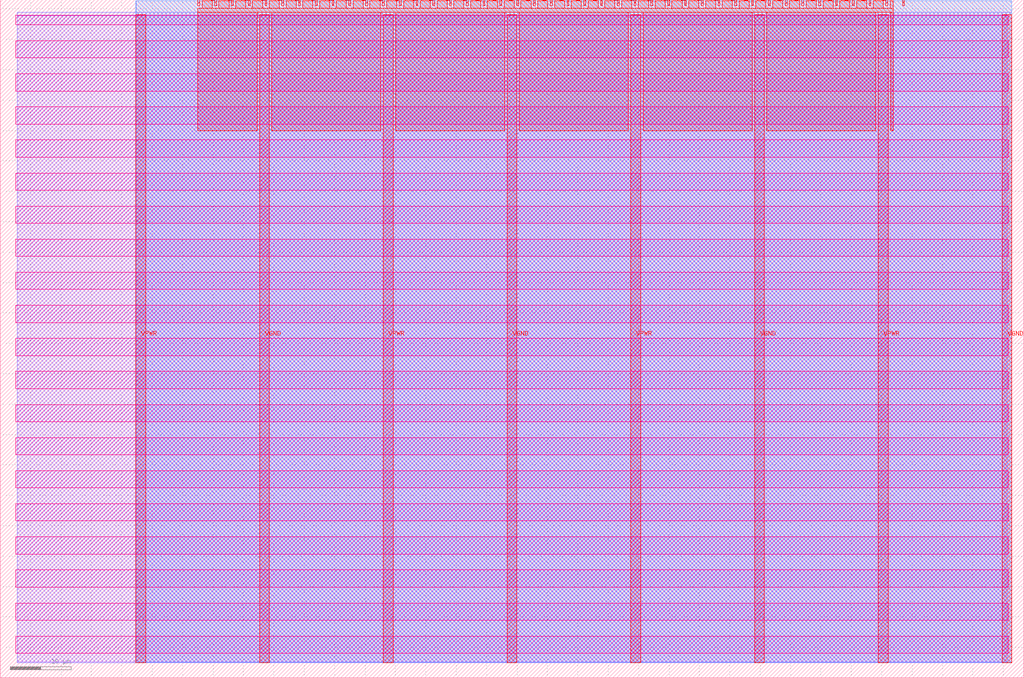
<source format=lef>
VERSION 5.7 ;
  NOWIREEXTENSIONATPIN ON ;
  DIVIDERCHAR "/" ;
  BUSBITCHARS "[]" ;
MACRO tt_um_njzhu_uart_dup
  CLASS BLOCK ;
  FOREIGN tt_um_njzhu_uart_dup ;
  ORIGIN 0.000 0.000 ;
  SIZE 168.360 BY 111.520 ;
  PIN VGND
    DIRECTION INOUT ;
    USE GROUND ;
    PORT
      LAYER met4 ;
        RECT 42.670 2.480 44.270 109.040 ;
    END
    PORT
      LAYER met4 ;
        RECT 83.380 2.480 84.980 109.040 ;
    END
    PORT
      LAYER met4 ;
        RECT 124.090 2.480 125.690 109.040 ;
    END
    PORT
      LAYER met4 ;
        RECT 164.800 2.480 166.400 109.040 ;
    END
  END VGND
  PIN VPWR
    DIRECTION INOUT ;
    USE POWER ;
    PORT
      LAYER met4 ;
        RECT 22.315 2.480 23.915 109.040 ;
    END
    PORT
      LAYER met4 ;
        RECT 63.025 2.480 64.625 109.040 ;
    END
    PORT
      LAYER met4 ;
        RECT 103.735 2.480 105.335 109.040 ;
    END
    PORT
      LAYER met4 ;
        RECT 144.445 2.480 146.045 109.040 ;
    END
  END VPWR
  PIN clk
    DIRECTION INPUT ;
    USE SIGNAL ;
    ANTENNAGATEAREA 0.852000 ;
    PORT
      LAYER met4 ;
        RECT 145.670 110.520 145.970 111.520 ;
    END
  END clk
  PIN ena
    DIRECTION INPUT ;
    USE SIGNAL ;
    PORT
      LAYER met4 ;
        RECT 148.430 110.520 148.730 111.520 ;
    END
  END ena
  PIN rst_n
    DIRECTION INPUT ;
    USE SIGNAL ;
    ANTENNAGATEAREA 0.213000 ;
    PORT
      LAYER met4 ;
        RECT 142.910 110.520 143.210 111.520 ;
    END
  END rst_n
  PIN ui_in[0]
    DIRECTION INPUT ;
    USE SIGNAL ;
    ANTENNAGATEAREA 0.196500 ;
    PORT
      LAYER met4 ;
        RECT 140.150 110.520 140.450 111.520 ;
    END
  END ui_in[0]
  PIN ui_in[1]
    DIRECTION INPUT ;
    USE SIGNAL ;
    PORT
      LAYER met4 ;
        RECT 137.390 110.520 137.690 111.520 ;
    END
  END ui_in[1]
  PIN ui_in[2]
    DIRECTION INPUT ;
    USE SIGNAL ;
    PORT
      LAYER met4 ;
        RECT 134.630 110.520 134.930 111.520 ;
    END
  END ui_in[2]
  PIN ui_in[3]
    DIRECTION INPUT ;
    USE SIGNAL ;
    PORT
      LAYER met4 ;
        RECT 131.870 110.520 132.170 111.520 ;
    END
  END ui_in[3]
  PIN ui_in[4]
    DIRECTION INPUT ;
    USE SIGNAL ;
    PORT
      LAYER met4 ;
        RECT 129.110 110.520 129.410 111.520 ;
    END
  END ui_in[4]
  PIN ui_in[5]
    DIRECTION INPUT ;
    USE SIGNAL ;
    PORT
      LAYER met4 ;
        RECT 126.350 110.520 126.650 111.520 ;
    END
  END ui_in[5]
  PIN ui_in[6]
    DIRECTION INPUT ;
    USE SIGNAL ;
    PORT
      LAYER met4 ;
        RECT 123.590 110.520 123.890 111.520 ;
    END
  END ui_in[6]
  PIN ui_in[7]
    DIRECTION INPUT ;
    USE SIGNAL ;
    ANTENNAGATEAREA 0.196500 ;
    PORT
      LAYER met4 ;
        RECT 120.830 110.520 121.130 111.520 ;
    END
  END ui_in[7]
  PIN uio_in[0]
    DIRECTION INPUT ;
    USE SIGNAL ;
    ANTENNAGATEAREA 0.196500 ;
    PORT
      LAYER met4 ;
        RECT 118.070 110.520 118.370 111.520 ;
    END
  END uio_in[0]
  PIN uio_in[1]
    DIRECTION INPUT ;
    USE SIGNAL ;
    ANTENNAGATEAREA 0.196500 ;
    PORT
      LAYER met4 ;
        RECT 115.310 110.520 115.610 111.520 ;
    END
  END uio_in[1]
  PIN uio_in[2]
    DIRECTION INPUT ;
    USE SIGNAL ;
    ANTENNAGATEAREA 0.196500 ;
    PORT
      LAYER met4 ;
        RECT 112.550 110.520 112.850 111.520 ;
    END
  END uio_in[2]
  PIN uio_in[3]
    DIRECTION INPUT ;
    USE SIGNAL ;
    ANTENNAGATEAREA 0.196500 ;
    PORT
      LAYER met4 ;
        RECT 109.790 110.520 110.090 111.520 ;
    END
  END uio_in[3]
  PIN uio_in[4]
    DIRECTION INPUT ;
    USE SIGNAL ;
    ANTENNAGATEAREA 0.196500 ;
    PORT
      LAYER met4 ;
        RECT 107.030 110.520 107.330 111.520 ;
    END
  END uio_in[4]
  PIN uio_in[5]
    DIRECTION INPUT ;
    USE SIGNAL ;
    ANTENNAGATEAREA 0.196500 ;
    PORT
      LAYER met4 ;
        RECT 104.270 110.520 104.570 111.520 ;
    END
  END uio_in[5]
  PIN uio_in[6]
    DIRECTION INPUT ;
    USE SIGNAL ;
    ANTENNAGATEAREA 0.196500 ;
    PORT
      LAYER met4 ;
        RECT 101.510 110.520 101.810 111.520 ;
    END
  END uio_in[6]
  PIN uio_in[7]
    DIRECTION INPUT ;
    USE SIGNAL ;
    ANTENNAGATEAREA 0.196500 ;
    PORT
      LAYER met4 ;
        RECT 98.750 110.520 99.050 111.520 ;
    END
  END uio_in[7]
  PIN uio_oe[0]
    DIRECTION OUTPUT TRISTATE ;
    USE SIGNAL ;
    ANTENNADIFFAREA 0.445500 ;
    PORT
      LAYER met4 ;
        RECT 51.830 110.520 52.130 111.520 ;
    END
  END uio_oe[0]
  PIN uio_oe[1]
    DIRECTION OUTPUT TRISTATE ;
    USE SIGNAL ;
    ANTENNADIFFAREA 0.445500 ;
    PORT
      LAYER met4 ;
        RECT 49.070 110.520 49.370 111.520 ;
    END
  END uio_oe[1]
  PIN uio_oe[2]
    DIRECTION OUTPUT TRISTATE ;
    USE SIGNAL ;
    ANTENNADIFFAREA 0.445500 ;
    PORT
      LAYER met4 ;
        RECT 46.310 110.520 46.610 111.520 ;
    END
  END uio_oe[2]
  PIN uio_oe[3]
    DIRECTION OUTPUT TRISTATE ;
    USE SIGNAL ;
    ANTENNADIFFAREA 0.445500 ;
    PORT
      LAYER met4 ;
        RECT 43.550 110.520 43.850 111.520 ;
    END
  END uio_oe[3]
  PIN uio_oe[4]
    DIRECTION OUTPUT TRISTATE ;
    USE SIGNAL ;
    ANTENNADIFFAREA 0.445500 ;
    PORT
      LAYER met4 ;
        RECT 40.790 110.520 41.090 111.520 ;
    END
  END uio_oe[4]
  PIN uio_oe[5]
    DIRECTION OUTPUT TRISTATE ;
    USE SIGNAL ;
    ANTENNADIFFAREA 0.445500 ;
    PORT
      LAYER met4 ;
        RECT 38.030 110.520 38.330 111.520 ;
    END
  END uio_oe[5]
  PIN uio_oe[6]
    DIRECTION OUTPUT TRISTATE ;
    USE SIGNAL ;
    ANTENNADIFFAREA 0.445500 ;
    PORT
      LAYER met4 ;
        RECT 35.270 110.520 35.570 111.520 ;
    END
  END uio_oe[6]
  PIN uio_oe[7]
    DIRECTION OUTPUT TRISTATE ;
    USE SIGNAL ;
    ANTENNADIFFAREA 0.445500 ;
    PORT
      LAYER met4 ;
        RECT 32.510 110.520 32.810 111.520 ;
    END
  END uio_oe[7]
  PIN uio_out[0]
    DIRECTION OUTPUT TRISTATE ;
    USE SIGNAL ;
    ANTENNADIFFAREA 0.445500 ;
    PORT
      LAYER met4 ;
        RECT 73.910 110.520 74.210 111.520 ;
    END
  END uio_out[0]
  PIN uio_out[1]
    DIRECTION OUTPUT TRISTATE ;
    USE SIGNAL ;
    PORT
      LAYER met4 ;
        RECT 71.150 110.520 71.450 111.520 ;
    END
  END uio_out[1]
  PIN uio_out[2]
    DIRECTION OUTPUT TRISTATE ;
    USE SIGNAL ;
    PORT
      LAYER met4 ;
        RECT 68.390 110.520 68.690 111.520 ;
    END
  END uio_out[2]
  PIN uio_out[3]
    DIRECTION OUTPUT TRISTATE ;
    USE SIGNAL ;
    PORT
      LAYER met4 ;
        RECT 65.630 110.520 65.930 111.520 ;
    END
  END uio_out[3]
  PIN uio_out[4]
    DIRECTION OUTPUT TRISTATE ;
    USE SIGNAL ;
    PORT
      LAYER met4 ;
        RECT 62.870 110.520 63.170 111.520 ;
    END
  END uio_out[4]
  PIN uio_out[5]
    DIRECTION OUTPUT TRISTATE ;
    USE SIGNAL ;
    PORT
      LAYER met4 ;
        RECT 60.110 110.520 60.410 111.520 ;
    END
  END uio_out[5]
  PIN uio_out[6]
    DIRECTION OUTPUT TRISTATE ;
    USE SIGNAL ;
    PORT
      LAYER met4 ;
        RECT 57.350 110.520 57.650 111.520 ;
    END
  END uio_out[6]
  PIN uio_out[7]
    DIRECTION OUTPUT TRISTATE ;
    USE SIGNAL ;
    PORT
      LAYER met4 ;
        RECT 54.590 110.520 54.890 111.520 ;
    END
  END uio_out[7]
  PIN uo_out[0]
    DIRECTION OUTPUT TRISTATE ;
    USE SIGNAL ;
    ANTENNADIFFAREA 0.924000 ;
    PORT
      LAYER met4 ;
        RECT 95.990 110.520 96.290 111.520 ;
    END
  END uo_out[0]
  PIN uo_out[1]
    DIRECTION OUTPUT TRISTATE ;
    USE SIGNAL ;
    ANTENNADIFFAREA 0.445500 ;
    PORT
      LAYER met4 ;
        RECT 93.230 110.520 93.530 111.520 ;
    END
  END uo_out[1]
  PIN uo_out[2]
    DIRECTION OUTPUT TRISTATE ;
    USE SIGNAL ;
    ANTENNADIFFAREA 0.445500 ;
    PORT
      LAYER met4 ;
        RECT 90.470 110.520 90.770 111.520 ;
    END
  END uo_out[2]
  PIN uo_out[3]
    DIRECTION OUTPUT TRISTATE ;
    USE SIGNAL ;
    ANTENNADIFFAREA 0.445500 ;
    PORT
      LAYER met4 ;
        RECT 87.710 110.520 88.010 111.520 ;
    END
  END uo_out[3]
  PIN uo_out[4]
    DIRECTION OUTPUT TRISTATE ;
    USE SIGNAL ;
    ANTENNADIFFAREA 0.445500 ;
    PORT
      LAYER met4 ;
        RECT 84.950 110.520 85.250 111.520 ;
    END
  END uo_out[4]
  PIN uo_out[5]
    DIRECTION OUTPUT TRISTATE ;
    USE SIGNAL ;
    ANTENNADIFFAREA 0.445500 ;
    PORT
      LAYER met4 ;
        RECT 82.190 110.520 82.490 111.520 ;
    END
  END uo_out[5]
  PIN uo_out[6]
    DIRECTION OUTPUT TRISTATE ;
    USE SIGNAL ;
    ANTENNADIFFAREA 0.445500 ;
    PORT
      LAYER met4 ;
        RECT 79.430 110.520 79.730 111.520 ;
    END
  END uo_out[6]
  PIN uo_out[7]
    DIRECTION OUTPUT TRISTATE ;
    USE SIGNAL ;
    ANTENNADIFFAREA 0.445500 ;
    PORT
      LAYER met4 ;
        RECT 76.670 110.520 76.970 111.520 ;
    END
  END uo_out[7]
  OBS
      LAYER nwell ;
        RECT 2.570 107.385 165.790 108.990 ;
        RECT 2.570 101.945 165.790 104.775 ;
        RECT 2.570 96.505 165.790 99.335 ;
        RECT 2.570 91.065 165.790 93.895 ;
        RECT 2.570 85.625 165.790 88.455 ;
        RECT 2.570 80.185 165.790 83.015 ;
        RECT 2.570 74.745 165.790 77.575 ;
        RECT 2.570 69.305 165.790 72.135 ;
        RECT 2.570 63.865 165.790 66.695 ;
        RECT 2.570 58.425 165.790 61.255 ;
        RECT 2.570 52.985 165.790 55.815 ;
        RECT 2.570 47.545 165.790 50.375 ;
        RECT 2.570 42.105 165.790 44.935 ;
        RECT 2.570 36.665 165.790 39.495 ;
        RECT 2.570 31.225 165.790 34.055 ;
        RECT 2.570 25.785 165.790 28.615 ;
        RECT 2.570 20.345 165.790 23.175 ;
        RECT 2.570 14.905 165.790 17.735 ;
        RECT 2.570 9.465 165.790 12.295 ;
        RECT 2.570 4.025 165.790 6.855 ;
      LAYER li1 ;
        RECT 2.760 2.635 165.600 108.885 ;
      LAYER met1 ;
        RECT 2.760 2.480 166.400 109.440 ;
      LAYER met2 ;
        RECT 22.345 2.535 166.370 111.365 ;
      LAYER met3 ;
        RECT 22.325 2.555 166.390 111.345 ;
      LAYER met4 ;
        RECT 33.210 110.120 34.870 111.345 ;
        RECT 35.970 110.120 37.630 111.345 ;
        RECT 38.730 110.120 40.390 111.345 ;
        RECT 41.490 110.120 43.150 111.345 ;
        RECT 44.250 110.120 45.910 111.345 ;
        RECT 47.010 110.120 48.670 111.345 ;
        RECT 49.770 110.120 51.430 111.345 ;
        RECT 52.530 110.120 54.190 111.345 ;
        RECT 55.290 110.120 56.950 111.345 ;
        RECT 58.050 110.120 59.710 111.345 ;
        RECT 60.810 110.120 62.470 111.345 ;
        RECT 63.570 110.120 65.230 111.345 ;
        RECT 66.330 110.120 67.990 111.345 ;
        RECT 69.090 110.120 70.750 111.345 ;
        RECT 71.850 110.120 73.510 111.345 ;
        RECT 74.610 110.120 76.270 111.345 ;
        RECT 77.370 110.120 79.030 111.345 ;
        RECT 80.130 110.120 81.790 111.345 ;
        RECT 82.890 110.120 84.550 111.345 ;
        RECT 85.650 110.120 87.310 111.345 ;
        RECT 88.410 110.120 90.070 111.345 ;
        RECT 91.170 110.120 92.830 111.345 ;
        RECT 93.930 110.120 95.590 111.345 ;
        RECT 96.690 110.120 98.350 111.345 ;
        RECT 99.450 110.120 101.110 111.345 ;
        RECT 102.210 110.120 103.870 111.345 ;
        RECT 104.970 110.120 106.630 111.345 ;
        RECT 107.730 110.120 109.390 111.345 ;
        RECT 110.490 110.120 112.150 111.345 ;
        RECT 113.250 110.120 114.910 111.345 ;
        RECT 116.010 110.120 117.670 111.345 ;
        RECT 118.770 110.120 120.430 111.345 ;
        RECT 121.530 110.120 123.190 111.345 ;
        RECT 124.290 110.120 125.950 111.345 ;
        RECT 127.050 110.120 128.710 111.345 ;
        RECT 129.810 110.120 131.470 111.345 ;
        RECT 132.570 110.120 134.230 111.345 ;
        RECT 135.330 110.120 136.990 111.345 ;
        RECT 138.090 110.120 139.750 111.345 ;
        RECT 140.850 110.120 142.510 111.345 ;
        RECT 143.610 110.120 145.270 111.345 ;
        RECT 146.370 110.120 146.905 111.345 ;
        RECT 32.495 109.440 146.905 110.120 ;
        RECT 32.495 89.935 42.270 109.440 ;
        RECT 44.670 89.935 62.625 109.440 ;
        RECT 65.025 89.935 82.980 109.440 ;
        RECT 85.380 89.935 103.335 109.440 ;
        RECT 105.735 89.935 123.690 109.440 ;
        RECT 126.090 89.935 144.045 109.440 ;
        RECT 146.445 89.935 146.905 109.440 ;
  END
END tt_um_njzhu_uart_dup
END LIBRARY


</source>
